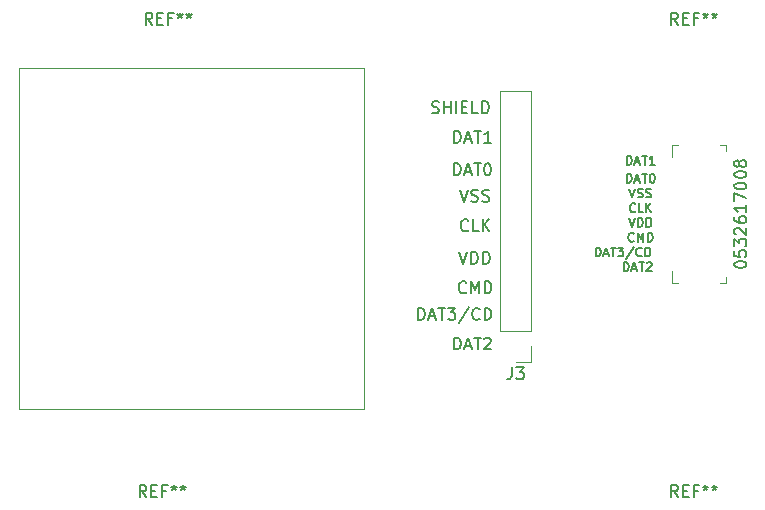
<source format=gbr>
%TF.GenerationSoftware,KiCad,Pcbnew,(5.1.9)-1*%
%TF.CreationDate,2021-02-11T17:43:00-05:00*%
%TF.ProjectId,SD_Card,53445f43-6172-4642-9e6b-696361645f70,rev?*%
%TF.SameCoordinates,Original*%
%TF.FileFunction,Legend,Top*%
%TF.FilePolarity,Positive*%
%FSLAX46Y46*%
G04 Gerber Fmt 4.6, Leading zero omitted, Abs format (unit mm)*
G04 Created by KiCad (PCBNEW (5.1.9)-1) date 2021-02-11 17:43:00*
%MOMM*%
%LPD*%
G01*
G04 APERTURE LIST*
%ADD10C,0.200000*%
%ADD11C,0.150000*%
%ADD12C,0.120000*%
G04 APERTURE END LIST*
D10*
X149702380Y-123452380D02*
X149702380Y-122452380D01*
X149940476Y-122452380D01*
X150083333Y-122500000D01*
X150178571Y-122595238D01*
X150226190Y-122690476D01*
X150273809Y-122880952D01*
X150273809Y-123023809D01*
X150226190Y-123214285D01*
X150178571Y-123309523D01*
X150083333Y-123404761D01*
X149940476Y-123452380D01*
X149702380Y-123452380D01*
X150654761Y-123166666D02*
X151130952Y-123166666D01*
X150559523Y-123452380D02*
X150892857Y-122452380D01*
X151226190Y-123452380D01*
X151416666Y-122452380D02*
X151988095Y-122452380D01*
X151702380Y-123452380D02*
X151702380Y-122452380D01*
X152273809Y-122547619D02*
X152321428Y-122500000D01*
X152416666Y-122452380D01*
X152654761Y-122452380D01*
X152750000Y-122500000D01*
X152797619Y-122547619D01*
X152845238Y-122642857D01*
X152845238Y-122738095D01*
X152797619Y-122880952D01*
X152226190Y-123452380D01*
X152845238Y-123452380D01*
X146678571Y-120952380D02*
X146678571Y-119952380D01*
X146916666Y-119952380D01*
X147059523Y-120000000D01*
X147154761Y-120095238D01*
X147202380Y-120190476D01*
X147250000Y-120380952D01*
X147250000Y-120523809D01*
X147202380Y-120714285D01*
X147154761Y-120809523D01*
X147059523Y-120904761D01*
X146916666Y-120952380D01*
X146678571Y-120952380D01*
X147630952Y-120666666D02*
X148107142Y-120666666D01*
X147535714Y-120952380D02*
X147869047Y-119952380D01*
X148202380Y-120952380D01*
X148392857Y-119952380D02*
X148964285Y-119952380D01*
X148678571Y-120952380D02*
X148678571Y-119952380D01*
X149202380Y-119952380D02*
X149821428Y-119952380D01*
X149488095Y-120333333D01*
X149630952Y-120333333D01*
X149726190Y-120380952D01*
X149773809Y-120428571D01*
X149821428Y-120523809D01*
X149821428Y-120761904D01*
X149773809Y-120857142D01*
X149726190Y-120904761D01*
X149630952Y-120952380D01*
X149345238Y-120952380D01*
X149250000Y-120904761D01*
X149202380Y-120857142D01*
X150964285Y-119904761D02*
X150107142Y-121190476D01*
X151869047Y-120857142D02*
X151821428Y-120904761D01*
X151678571Y-120952380D01*
X151583333Y-120952380D01*
X151440476Y-120904761D01*
X151345238Y-120809523D01*
X151297619Y-120714285D01*
X151250000Y-120523809D01*
X151250000Y-120380952D01*
X151297619Y-120190476D01*
X151345238Y-120095238D01*
X151440476Y-120000000D01*
X151583333Y-119952380D01*
X151678571Y-119952380D01*
X151821428Y-120000000D01*
X151869047Y-120047619D01*
X152297619Y-120952380D02*
X152297619Y-119952380D01*
X152535714Y-119952380D01*
X152678571Y-120000000D01*
X152773809Y-120095238D01*
X152821428Y-120190476D01*
X152869047Y-120380952D01*
X152869047Y-120523809D01*
X152821428Y-120714285D01*
X152773809Y-120809523D01*
X152678571Y-120904761D01*
X152535714Y-120952380D01*
X152297619Y-120952380D01*
X150738095Y-118607142D02*
X150690476Y-118654761D01*
X150547619Y-118702380D01*
X150452380Y-118702380D01*
X150309523Y-118654761D01*
X150214285Y-118559523D01*
X150166666Y-118464285D01*
X150119047Y-118273809D01*
X150119047Y-118130952D01*
X150166666Y-117940476D01*
X150214285Y-117845238D01*
X150309523Y-117750000D01*
X150452380Y-117702380D01*
X150547619Y-117702380D01*
X150690476Y-117750000D01*
X150738095Y-117797619D01*
X151166666Y-118702380D02*
X151166666Y-117702380D01*
X151500000Y-118416666D01*
X151833333Y-117702380D01*
X151833333Y-118702380D01*
X152309523Y-118702380D02*
X152309523Y-117702380D01*
X152547619Y-117702380D01*
X152690476Y-117750000D01*
X152785714Y-117845238D01*
X152833333Y-117940476D01*
X152880952Y-118130952D01*
X152880952Y-118273809D01*
X152833333Y-118464285D01*
X152785714Y-118559523D01*
X152690476Y-118654761D01*
X152547619Y-118702380D01*
X152309523Y-118702380D01*
X150166666Y-115202380D02*
X150500000Y-116202380D01*
X150833333Y-115202380D01*
X151166666Y-116202380D02*
X151166666Y-115202380D01*
X151404761Y-115202380D01*
X151547619Y-115250000D01*
X151642857Y-115345238D01*
X151690476Y-115440476D01*
X151738095Y-115630952D01*
X151738095Y-115773809D01*
X151690476Y-115964285D01*
X151642857Y-116059523D01*
X151547619Y-116154761D01*
X151404761Y-116202380D01*
X151166666Y-116202380D01*
X152166666Y-116202380D02*
X152166666Y-115202380D01*
X152404761Y-115202380D01*
X152547619Y-115250000D01*
X152642857Y-115345238D01*
X152690476Y-115440476D01*
X152738095Y-115630952D01*
X152738095Y-115773809D01*
X152690476Y-115964285D01*
X152642857Y-116059523D01*
X152547619Y-116154761D01*
X152404761Y-116202380D01*
X152166666Y-116202380D01*
X150904761Y-113357142D02*
X150857142Y-113404761D01*
X150714285Y-113452380D01*
X150619047Y-113452380D01*
X150476190Y-113404761D01*
X150380952Y-113309523D01*
X150333333Y-113214285D01*
X150285714Y-113023809D01*
X150285714Y-112880952D01*
X150333333Y-112690476D01*
X150380952Y-112595238D01*
X150476190Y-112500000D01*
X150619047Y-112452380D01*
X150714285Y-112452380D01*
X150857142Y-112500000D01*
X150904761Y-112547619D01*
X151809523Y-113452380D02*
X151333333Y-113452380D01*
X151333333Y-112452380D01*
X152142857Y-113452380D02*
X152142857Y-112452380D01*
X152714285Y-113452380D02*
X152285714Y-112880952D01*
X152714285Y-112452380D02*
X152142857Y-113023809D01*
X150214285Y-109952380D02*
X150547619Y-110952380D01*
X150880952Y-109952380D01*
X151166666Y-110904761D02*
X151309523Y-110952380D01*
X151547619Y-110952380D01*
X151642857Y-110904761D01*
X151690476Y-110857142D01*
X151738095Y-110761904D01*
X151738095Y-110666666D01*
X151690476Y-110571428D01*
X151642857Y-110523809D01*
X151547619Y-110476190D01*
X151357142Y-110428571D01*
X151261904Y-110380952D01*
X151214285Y-110333333D01*
X151166666Y-110238095D01*
X151166666Y-110142857D01*
X151214285Y-110047619D01*
X151261904Y-110000000D01*
X151357142Y-109952380D01*
X151595238Y-109952380D01*
X151738095Y-110000000D01*
X152119047Y-110904761D02*
X152261904Y-110952380D01*
X152500000Y-110952380D01*
X152595238Y-110904761D01*
X152642857Y-110857142D01*
X152690476Y-110761904D01*
X152690476Y-110666666D01*
X152642857Y-110571428D01*
X152595238Y-110523809D01*
X152500000Y-110476190D01*
X152309523Y-110428571D01*
X152214285Y-110380952D01*
X152166666Y-110333333D01*
X152119047Y-110238095D01*
X152119047Y-110142857D01*
X152166666Y-110047619D01*
X152214285Y-110000000D01*
X152309523Y-109952380D01*
X152547619Y-109952380D01*
X152690476Y-110000000D01*
X149702380Y-108702380D02*
X149702380Y-107702380D01*
X149940476Y-107702380D01*
X150083333Y-107750000D01*
X150178571Y-107845238D01*
X150226190Y-107940476D01*
X150273809Y-108130952D01*
X150273809Y-108273809D01*
X150226190Y-108464285D01*
X150178571Y-108559523D01*
X150083333Y-108654761D01*
X149940476Y-108702380D01*
X149702380Y-108702380D01*
X150654761Y-108416666D02*
X151130952Y-108416666D01*
X150559523Y-108702380D02*
X150892857Y-107702380D01*
X151226190Y-108702380D01*
X151416666Y-107702380D02*
X151988095Y-107702380D01*
X151702380Y-108702380D02*
X151702380Y-107702380D01*
X152511904Y-107702380D02*
X152607142Y-107702380D01*
X152702380Y-107750000D01*
X152750000Y-107797619D01*
X152797619Y-107892857D01*
X152845238Y-108083333D01*
X152845238Y-108321428D01*
X152797619Y-108511904D01*
X152750000Y-108607142D01*
X152702380Y-108654761D01*
X152607142Y-108702380D01*
X152511904Y-108702380D01*
X152416666Y-108654761D01*
X152369047Y-108607142D01*
X152321428Y-108511904D01*
X152273809Y-108321428D01*
X152273809Y-108083333D01*
X152321428Y-107892857D01*
X152369047Y-107797619D01*
X152416666Y-107750000D01*
X152511904Y-107702380D01*
X149702380Y-105952380D02*
X149702380Y-104952380D01*
X149940476Y-104952380D01*
X150083333Y-105000000D01*
X150178571Y-105095238D01*
X150226190Y-105190476D01*
X150273809Y-105380952D01*
X150273809Y-105523809D01*
X150226190Y-105714285D01*
X150178571Y-105809523D01*
X150083333Y-105904761D01*
X149940476Y-105952380D01*
X149702380Y-105952380D01*
X150654761Y-105666666D02*
X151130952Y-105666666D01*
X150559523Y-105952380D02*
X150892857Y-104952380D01*
X151226190Y-105952380D01*
X151416666Y-104952380D02*
X151988095Y-104952380D01*
X151702380Y-105952380D02*
X151702380Y-104952380D01*
X152845238Y-105952380D02*
X152273809Y-105952380D01*
X152559523Y-105952380D02*
X152559523Y-104952380D01*
X152464285Y-105095238D01*
X152369047Y-105190476D01*
X152273809Y-105238095D01*
X147845238Y-103404761D02*
X147988095Y-103452380D01*
X148226190Y-103452380D01*
X148321428Y-103404761D01*
X148369047Y-103357142D01*
X148416666Y-103261904D01*
X148416666Y-103166666D01*
X148369047Y-103071428D01*
X148321428Y-103023809D01*
X148226190Y-102976190D01*
X148035714Y-102928571D01*
X147940476Y-102880952D01*
X147892857Y-102833333D01*
X147845238Y-102738095D01*
X147845238Y-102642857D01*
X147892857Y-102547619D01*
X147940476Y-102500000D01*
X148035714Y-102452380D01*
X148273809Y-102452380D01*
X148416666Y-102500000D01*
X148845238Y-103452380D02*
X148845238Y-102452380D01*
X148845238Y-102928571D02*
X149416666Y-102928571D01*
X149416666Y-103452380D02*
X149416666Y-102452380D01*
X149892857Y-103452380D02*
X149892857Y-102452380D01*
X150369047Y-102928571D02*
X150702380Y-102928571D01*
X150845238Y-103452380D02*
X150369047Y-103452380D01*
X150369047Y-102452380D01*
X150845238Y-102452380D01*
X151750000Y-103452380D02*
X151273809Y-103452380D01*
X151273809Y-102452380D01*
X152083333Y-103452380D02*
X152083333Y-102452380D01*
X152321428Y-102452380D01*
X152464285Y-102500000D01*
X152559523Y-102595238D01*
X152607142Y-102690476D01*
X152654761Y-102880952D01*
X152654761Y-103023809D01*
X152607142Y-103214285D01*
X152559523Y-103309523D01*
X152464285Y-103404761D01*
X152321428Y-103452380D01*
X152083333Y-103452380D01*
D11*
X164089285Y-116839285D02*
X164089285Y-116089285D01*
X164267857Y-116089285D01*
X164375000Y-116125000D01*
X164446428Y-116196428D01*
X164482142Y-116267857D01*
X164517857Y-116410714D01*
X164517857Y-116517857D01*
X164482142Y-116660714D01*
X164446428Y-116732142D01*
X164375000Y-116803571D01*
X164267857Y-116839285D01*
X164089285Y-116839285D01*
X164803571Y-116625000D02*
X165160714Y-116625000D01*
X164732142Y-116839285D02*
X164982142Y-116089285D01*
X165232142Y-116839285D01*
X165375000Y-116089285D02*
X165803571Y-116089285D01*
X165589285Y-116839285D02*
X165589285Y-116089285D01*
X166017857Y-116160714D02*
X166053571Y-116125000D01*
X166125000Y-116089285D01*
X166303571Y-116089285D01*
X166375000Y-116125000D01*
X166410714Y-116160714D01*
X166446428Y-116232142D01*
X166446428Y-116303571D01*
X166410714Y-116410714D01*
X165982142Y-116839285D01*
X166446428Y-116839285D01*
X161696428Y-115589285D02*
X161696428Y-114839285D01*
X161875000Y-114839285D01*
X161982142Y-114875000D01*
X162053571Y-114946428D01*
X162089285Y-115017857D01*
X162125000Y-115160714D01*
X162125000Y-115267857D01*
X162089285Y-115410714D01*
X162053571Y-115482142D01*
X161982142Y-115553571D01*
X161875000Y-115589285D01*
X161696428Y-115589285D01*
X162410714Y-115375000D02*
X162767857Y-115375000D01*
X162339285Y-115589285D02*
X162589285Y-114839285D01*
X162839285Y-115589285D01*
X162982142Y-114839285D02*
X163410714Y-114839285D01*
X163196428Y-115589285D02*
X163196428Y-114839285D01*
X163589285Y-114839285D02*
X164053571Y-114839285D01*
X163803571Y-115125000D01*
X163910714Y-115125000D01*
X163982142Y-115160714D01*
X164017857Y-115196428D01*
X164053571Y-115267857D01*
X164053571Y-115446428D01*
X164017857Y-115517857D01*
X163982142Y-115553571D01*
X163910714Y-115589285D01*
X163696428Y-115589285D01*
X163625000Y-115553571D01*
X163589285Y-115517857D01*
X164910714Y-114803571D02*
X164267857Y-115767857D01*
X165589285Y-115517857D02*
X165553571Y-115553571D01*
X165446428Y-115589285D01*
X165375000Y-115589285D01*
X165267857Y-115553571D01*
X165196428Y-115482142D01*
X165160714Y-115410714D01*
X165125000Y-115267857D01*
X165125000Y-115160714D01*
X165160714Y-115017857D01*
X165196428Y-114946428D01*
X165267857Y-114875000D01*
X165375000Y-114839285D01*
X165446428Y-114839285D01*
X165553571Y-114875000D01*
X165589285Y-114910714D01*
X165910714Y-115589285D02*
X165910714Y-114839285D01*
X166089285Y-114839285D01*
X166196428Y-114875000D01*
X166267857Y-114946428D01*
X166303571Y-115017857D01*
X166339285Y-115160714D01*
X166339285Y-115267857D01*
X166303571Y-115410714D01*
X166267857Y-115482142D01*
X166196428Y-115553571D01*
X166089285Y-115589285D01*
X165910714Y-115589285D01*
X164928571Y-114267857D02*
X164892857Y-114303571D01*
X164785714Y-114339285D01*
X164714285Y-114339285D01*
X164607142Y-114303571D01*
X164535714Y-114232142D01*
X164500000Y-114160714D01*
X164464285Y-114017857D01*
X164464285Y-113910714D01*
X164500000Y-113767857D01*
X164535714Y-113696428D01*
X164607142Y-113625000D01*
X164714285Y-113589285D01*
X164785714Y-113589285D01*
X164892857Y-113625000D01*
X164928571Y-113660714D01*
X165250000Y-114339285D02*
X165250000Y-113589285D01*
X165500000Y-114125000D01*
X165750000Y-113589285D01*
X165750000Y-114339285D01*
X166107142Y-114339285D02*
X166107142Y-113589285D01*
X166285714Y-113589285D01*
X166392857Y-113625000D01*
X166464285Y-113696428D01*
X166500000Y-113767857D01*
X166535714Y-113910714D01*
X166535714Y-114017857D01*
X166500000Y-114160714D01*
X166464285Y-114232142D01*
X166392857Y-114303571D01*
X166285714Y-114339285D01*
X166107142Y-114339285D01*
X164500000Y-112339285D02*
X164750000Y-113089285D01*
X165000000Y-112339285D01*
X165250000Y-113089285D02*
X165250000Y-112339285D01*
X165428571Y-112339285D01*
X165535714Y-112375000D01*
X165607142Y-112446428D01*
X165642857Y-112517857D01*
X165678571Y-112660714D01*
X165678571Y-112767857D01*
X165642857Y-112910714D01*
X165607142Y-112982142D01*
X165535714Y-113053571D01*
X165428571Y-113089285D01*
X165250000Y-113089285D01*
X166000000Y-113089285D02*
X166000000Y-112339285D01*
X166178571Y-112339285D01*
X166285714Y-112375000D01*
X166357142Y-112446428D01*
X166392857Y-112517857D01*
X166428571Y-112660714D01*
X166428571Y-112767857D01*
X166392857Y-112910714D01*
X166357142Y-112982142D01*
X166285714Y-113053571D01*
X166178571Y-113089285D01*
X166000000Y-113089285D01*
X165053571Y-111767857D02*
X165017857Y-111803571D01*
X164910714Y-111839285D01*
X164839285Y-111839285D01*
X164732142Y-111803571D01*
X164660714Y-111732142D01*
X164625000Y-111660714D01*
X164589285Y-111517857D01*
X164589285Y-111410714D01*
X164625000Y-111267857D01*
X164660714Y-111196428D01*
X164732142Y-111125000D01*
X164839285Y-111089285D01*
X164910714Y-111089285D01*
X165017857Y-111125000D01*
X165053571Y-111160714D01*
X165732142Y-111839285D02*
X165375000Y-111839285D01*
X165375000Y-111089285D01*
X165982142Y-111839285D02*
X165982142Y-111089285D01*
X166410714Y-111839285D02*
X166089285Y-111410714D01*
X166410714Y-111089285D02*
X165982142Y-111517857D01*
X164535714Y-109839285D02*
X164785714Y-110589285D01*
X165035714Y-109839285D01*
X165250000Y-110553571D02*
X165357142Y-110589285D01*
X165535714Y-110589285D01*
X165607142Y-110553571D01*
X165642857Y-110517857D01*
X165678571Y-110446428D01*
X165678571Y-110375000D01*
X165642857Y-110303571D01*
X165607142Y-110267857D01*
X165535714Y-110232142D01*
X165392857Y-110196428D01*
X165321428Y-110160714D01*
X165285714Y-110125000D01*
X165250000Y-110053571D01*
X165250000Y-109982142D01*
X165285714Y-109910714D01*
X165321428Y-109875000D01*
X165392857Y-109839285D01*
X165571428Y-109839285D01*
X165678571Y-109875000D01*
X165964285Y-110553571D02*
X166071428Y-110589285D01*
X166250000Y-110589285D01*
X166321428Y-110553571D01*
X166357142Y-110517857D01*
X166392857Y-110446428D01*
X166392857Y-110375000D01*
X166357142Y-110303571D01*
X166321428Y-110267857D01*
X166250000Y-110232142D01*
X166107142Y-110196428D01*
X166035714Y-110160714D01*
X166000000Y-110125000D01*
X165964285Y-110053571D01*
X165964285Y-109982142D01*
X166000000Y-109910714D01*
X166035714Y-109875000D01*
X166107142Y-109839285D01*
X166285714Y-109839285D01*
X166392857Y-109875000D01*
X164339285Y-109339285D02*
X164339285Y-108589285D01*
X164517857Y-108589285D01*
X164625000Y-108625000D01*
X164696428Y-108696428D01*
X164732142Y-108767857D01*
X164767857Y-108910714D01*
X164767857Y-109017857D01*
X164732142Y-109160714D01*
X164696428Y-109232142D01*
X164625000Y-109303571D01*
X164517857Y-109339285D01*
X164339285Y-109339285D01*
X165053571Y-109125000D02*
X165410714Y-109125000D01*
X164982142Y-109339285D02*
X165232142Y-108589285D01*
X165482142Y-109339285D01*
X165625000Y-108589285D02*
X166053571Y-108589285D01*
X165839285Y-109339285D02*
X165839285Y-108589285D01*
X166446428Y-108589285D02*
X166517857Y-108589285D01*
X166589285Y-108625000D01*
X166625000Y-108660714D01*
X166660714Y-108732142D01*
X166696428Y-108875000D01*
X166696428Y-109053571D01*
X166660714Y-109196428D01*
X166625000Y-109267857D01*
X166589285Y-109303571D01*
X166517857Y-109339285D01*
X166446428Y-109339285D01*
X166375000Y-109303571D01*
X166339285Y-109267857D01*
X166303571Y-109196428D01*
X166267857Y-109053571D01*
X166267857Y-108875000D01*
X166303571Y-108732142D01*
X166339285Y-108660714D01*
X166375000Y-108625000D01*
X166446428Y-108589285D01*
X164339285Y-107839285D02*
X164339285Y-107089285D01*
X164517857Y-107089285D01*
X164625000Y-107125000D01*
X164696428Y-107196428D01*
X164732142Y-107267857D01*
X164767857Y-107410714D01*
X164767857Y-107517857D01*
X164732142Y-107660714D01*
X164696428Y-107732142D01*
X164625000Y-107803571D01*
X164517857Y-107839285D01*
X164339285Y-107839285D01*
X165053571Y-107625000D02*
X165410714Y-107625000D01*
X164982142Y-107839285D02*
X165232142Y-107089285D01*
X165482142Y-107839285D01*
X165625000Y-107089285D02*
X166053571Y-107089285D01*
X165839285Y-107839285D02*
X165839285Y-107089285D01*
X166696428Y-107839285D02*
X166267857Y-107839285D01*
X166482142Y-107839285D02*
X166482142Y-107089285D01*
X166410714Y-107196428D01*
X166339285Y-107267857D01*
X166267857Y-107303571D01*
D10*
X173452380Y-116333333D02*
X173452380Y-116238095D01*
X173500000Y-116142857D01*
X173547619Y-116095238D01*
X173642857Y-116047619D01*
X173833333Y-116000000D01*
X174071428Y-116000000D01*
X174261904Y-116047619D01*
X174357142Y-116095238D01*
X174404761Y-116142857D01*
X174452380Y-116238095D01*
X174452380Y-116333333D01*
X174404761Y-116428571D01*
X174357142Y-116476190D01*
X174261904Y-116523809D01*
X174071428Y-116571428D01*
X173833333Y-116571428D01*
X173642857Y-116523809D01*
X173547619Y-116476190D01*
X173500000Y-116428571D01*
X173452380Y-116333333D01*
X173452380Y-115095238D02*
X173452380Y-115571428D01*
X173928571Y-115619047D01*
X173880952Y-115571428D01*
X173833333Y-115476190D01*
X173833333Y-115238095D01*
X173880952Y-115142857D01*
X173928571Y-115095238D01*
X174023809Y-115047619D01*
X174261904Y-115047619D01*
X174357142Y-115095238D01*
X174404761Y-115142857D01*
X174452380Y-115238095D01*
X174452380Y-115476190D01*
X174404761Y-115571428D01*
X174357142Y-115619047D01*
X173452380Y-114714285D02*
X173452380Y-114095238D01*
X173833333Y-114428571D01*
X173833333Y-114285714D01*
X173880952Y-114190476D01*
X173928571Y-114142857D01*
X174023809Y-114095238D01*
X174261904Y-114095238D01*
X174357142Y-114142857D01*
X174404761Y-114190476D01*
X174452380Y-114285714D01*
X174452380Y-114571428D01*
X174404761Y-114666666D01*
X174357142Y-114714285D01*
X173547619Y-113714285D02*
X173500000Y-113666666D01*
X173452380Y-113571428D01*
X173452380Y-113333333D01*
X173500000Y-113238095D01*
X173547619Y-113190476D01*
X173642857Y-113142857D01*
X173738095Y-113142857D01*
X173880952Y-113190476D01*
X174452380Y-113761904D01*
X174452380Y-113142857D01*
X173452380Y-112285714D02*
X173452380Y-112476190D01*
X173500000Y-112571428D01*
X173547619Y-112619047D01*
X173690476Y-112714285D01*
X173880952Y-112761904D01*
X174261904Y-112761904D01*
X174357142Y-112714285D01*
X174404761Y-112666666D01*
X174452380Y-112571428D01*
X174452380Y-112380952D01*
X174404761Y-112285714D01*
X174357142Y-112238095D01*
X174261904Y-112190476D01*
X174023809Y-112190476D01*
X173928571Y-112238095D01*
X173880952Y-112285714D01*
X173833333Y-112380952D01*
X173833333Y-112571428D01*
X173880952Y-112666666D01*
X173928571Y-112714285D01*
X174023809Y-112761904D01*
X174452380Y-111238095D02*
X174452380Y-111809523D01*
X174452380Y-111523809D02*
X173452380Y-111523809D01*
X173595238Y-111619047D01*
X173690476Y-111714285D01*
X173738095Y-111809523D01*
X173452380Y-110904761D02*
X173452380Y-110238095D01*
X174452380Y-110666666D01*
X173452380Y-109666666D02*
X173452380Y-109571428D01*
X173500000Y-109476190D01*
X173547619Y-109428571D01*
X173642857Y-109380952D01*
X173833333Y-109333333D01*
X174071428Y-109333333D01*
X174261904Y-109380952D01*
X174357142Y-109428571D01*
X174404761Y-109476190D01*
X174452380Y-109571428D01*
X174452380Y-109666666D01*
X174404761Y-109761904D01*
X174357142Y-109809523D01*
X174261904Y-109857142D01*
X174071428Y-109904761D01*
X173833333Y-109904761D01*
X173642857Y-109857142D01*
X173547619Y-109809523D01*
X173500000Y-109761904D01*
X173452380Y-109666666D01*
X173452380Y-108714285D02*
X173452380Y-108619047D01*
X173500000Y-108523809D01*
X173547619Y-108476190D01*
X173642857Y-108428571D01*
X173833333Y-108380952D01*
X174071428Y-108380952D01*
X174261904Y-108428571D01*
X174357142Y-108476190D01*
X174404761Y-108523809D01*
X174452380Y-108619047D01*
X174452380Y-108714285D01*
X174404761Y-108809523D01*
X174357142Y-108857142D01*
X174261904Y-108904761D01*
X174071428Y-108952380D01*
X173833333Y-108952380D01*
X173642857Y-108904761D01*
X173547619Y-108857142D01*
X173500000Y-108809523D01*
X173452380Y-108714285D01*
X173880952Y-107809523D02*
X173833333Y-107904761D01*
X173785714Y-107952380D01*
X173690476Y-108000000D01*
X173642857Y-108000000D01*
X173547619Y-107952380D01*
X173500000Y-107904761D01*
X173452380Y-107809523D01*
X173452380Y-107619047D01*
X173500000Y-107523809D01*
X173547619Y-107476190D01*
X173642857Y-107428571D01*
X173690476Y-107428571D01*
X173785714Y-107476190D01*
X173833333Y-107523809D01*
X173880952Y-107619047D01*
X173880952Y-107809523D01*
X173928571Y-107904761D01*
X173976190Y-107952380D01*
X174071428Y-108000000D01*
X174261904Y-108000000D01*
X174357142Y-107952380D01*
X174404761Y-107904761D01*
X174452380Y-107809523D01*
X174452380Y-107619047D01*
X174404761Y-107523809D01*
X174357142Y-107476190D01*
X174261904Y-107428571D01*
X174071428Y-107428571D01*
X173976190Y-107476190D01*
X173928571Y-107523809D01*
X173880952Y-107619047D01*
D12*
%TO.C,J2*%
X172191000Y-106162000D02*
X172699000Y-106162000D01*
X172699000Y-106162000D02*
X172699000Y-106670000D01*
X172699000Y-117338000D02*
X172699000Y-117846000D01*
X172699000Y-117846000D02*
X172191000Y-117846000D01*
X168127000Y-106162000D02*
X168635000Y-106162000D01*
X168127000Y-106162000D02*
X168127000Y-107178000D01*
X168635000Y-117846000D02*
X168127000Y-117846000D01*
X168127000Y-117846000D02*
X168127000Y-116830000D01*
%TO.C,J1*%
X142125000Y-113600000D02*
X142125000Y-99600000D01*
X142125000Y-113600000D02*
X142125000Y-128500000D01*
X142125000Y-128500000D02*
X112875000Y-128500000D01*
X142125000Y-99600000D02*
X112875000Y-99600000D01*
X112875000Y-128500000D02*
X112875000Y-99600000D01*
%TO.C,J3*%
X156270000Y-101540000D02*
X153610000Y-101540000D01*
X156270000Y-121920000D02*
X156270000Y-101540000D01*
X153610000Y-121920000D02*
X153610000Y-101540000D01*
X156270000Y-121920000D02*
X153610000Y-121920000D01*
X156270000Y-123190000D02*
X156270000Y-124520000D01*
X156270000Y-124520000D02*
X154940000Y-124520000D01*
%TO.C,REF\u002A\u002A*%
D11*
X123666666Y-135952380D02*
X123333333Y-135476190D01*
X123095238Y-135952380D02*
X123095238Y-134952380D01*
X123476190Y-134952380D01*
X123571428Y-135000000D01*
X123619047Y-135047619D01*
X123666666Y-135142857D01*
X123666666Y-135285714D01*
X123619047Y-135380952D01*
X123571428Y-135428571D01*
X123476190Y-135476190D01*
X123095238Y-135476190D01*
X124095238Y-135428571D02*
X124428571Y-135428571D01*
X124571428Y-135952380D02*
X124095238Y-135952380D01*
X124095238Y-134952380D01*
X124571428Y-134952380D01*
X125333333Y-135428571D02*
X125000000Y-135428571D01*
X125000000Y-135952380D02*
X125000000Y-134952380D01*
X125476190Y-134952380D01*
X126000000Y-134952380D02*
X126000000Y-135190476D01*
X125761904Y-135095238D02*
X126000000Y-135190476D01*
X126238095Y-135095238D01*
X125857142Y-135380952D02*
X126000000Y-135190476D01*
X126142857Y-135380952D01*
X126761904Y-134952380D02*
X126761904Y-135190476D01*
X126523809Y-135095238D02*
X126761904Y-135190476D01*
X127000000Y-135095238D01*
X126619047Y-135380952D02*
X126761904Y-135190476D01*
X126904761Y-135380952D01*
X168666666Y-135952380D02*
X168333333Y-135476190D01*
X168095238Y-135952380D02*
X168095238Y-134952380D01*
X168476190Y-134952380D01*
X168571428Y-135000000D01*
X168619047Y-135047619D01*
X168666666Y-135142857D01*
X168666666Y-135285714D01*
X168619047Y-135380952D01*
X168571428Y-135428571D01*
X168476190Y-135476190D01*
X168095238Y-135476190D01*
X169095238Y-135428571D02*
X169428571Y-135428571D01*
X169571428Y-135952380D02*
X169095238Y-135952380D01*
X169095238Y-134952380D01*
X169571428Y-134952380D01*
X170333333Y-135428571D02*
X170000000Y-135428571D01*
X170000000Y-135952380D02*
X170000000Y-134952380D01*
X170476190Y-134952380D01*
X171000000Y-134952380D02*
X171000000Y-135190476D01*
X170761904Y-135095238D02*
X171000000Y-135190476D01*
X171238095Y-135095238D01*
X170857142Y-135380952D02*
X171000000Y-135190476D01*
X171142857Y-135380952D01*
X171761904Y-134952380D02*
X171761904Y-135190476D01*
X171523809Y-135095238D02*
X171761904Y-135190476D01*
X172000000Y-135095238D01*
X171619047Y-135380952D02*
X171761904Y-135190476D01*
X171904761Y-135380952D01*
X168666666Y-95952380D02*
X168333333Y-95476190D01*
X168095238Y-95952380D02*
X168095238Y-94952380D01*
X168476190Y-94952380D01*
X168571428Y-95000000D01*
X168619047Y-95047619D01*
X168666666Y-95142857D01*
X168666666Y-95285714D01*
X168619047Y-95380952D01*
X168571428Y-95428571D01*
X168476190Y-95476190D01*
X168095238Y-95476190D01*
X169095238Y-95428571D02*
X169428571Y-95428571D01*
X169571428Y-95952380D02*
X169095238Y-95952380D01*
X169095238Y-94952380D01*
X169571428Y-94952380D01*
X170333333Y-95428571D02*
X170000000Y-95428571D01*
X170000000Y-95952380D02*
X170000000Y-94952380D01*
X170476190Y-94952380D01*
X171000000Y-94952380D02*
X171000000Y-95190476D01*
X170761904Y-95095238D02*
X171000000Y-95190476D01*
X171238095Y-95095238D01*
X170857142Y-95380952D02*
X171000000Y-95190476D01*
X171142857Y-95380952D01*
X171761904Y-94952380D02*
X171761904Y-95190476D01*
X171523809Y-95095238D02*
X171761904Y-95190476D01*
X172000000Y-95095238D01*
X171619047Y-95380952D02*
X171761904Y-95190476D01*
X171904761Y-95380952D01*
X124166666Y-95952380D02*
X123833333Y-95476190D01*
X123595238Y-95952380D02*
X123595238Y-94952380D01*
X123976190Y-94952380D01*
X124071428Y-95000000D01*
X124119047Y-95047619D01*
X124166666Y-95142857D01*
X124166666Y-95285714D01*
X124119047Y-95380952D01*
X124071428Y-95428571D01*
X123976190Y-95476190D01*
X123595238Y-95476190D01*
X124595238Y-95428571D02*
X124928571Y-95428571D01*
X125071428Y-95952380D02*
X124595238Y-95952380D01*
X124595238Y-94952380D01*
X125071428Y-94952380D01*
X125833333Y-95428571D02*
X125500000Y-95428571D01*
X125500000Y-95952380D02*
X125500000Y-94952380D01*
X125976190Y-94952380D01*
X126500000Y-94952380D02*
X126500000Y-95190476D01*
X126261904Y-95095238D02*
X126500000Y-95190476D01*
X126738095Y-95095238D01*
X126357142Y-95380952D02*
X126500000Y-95190476D01*
X126642857Y-95380952D01*
X127261904Y-94952380D02*
X127261904Y-95190476D01*
X127023809Y-95095238D02*
X127261904Y-95190476D01*
X127500000Y-95095238D01*
X127119047Y-95380952D02*
X127261904Y-95190476D01*
X127404761Y-95380952D01*
%TO.C,J3*%
X154606666Y-124972380D02*
X154606666Y-125686666D01*
X154559047Y-125829523D01*
X154463809Y-125924761D01*
X154320952Y-125972380D01*
X154225714Y-125972380D01*
X154987619Y-124972380D02*
X155606666Y-124972380D01*
X155273333Y-125353333D01*
X155416190Y-125353333D01*
X155511428Y-125400952D01*
X155559047Y-125448571D01*
X155606666Y-125543809D01*
X155606666Y-125781904D01*
X155559047Y-125877142D01*
X155511428Y-125924761D01*
X155416190Y-125972380D01*
X155130476Y-125972380D01*
X155035238Y-125924761D01*
X154987619Y-125877142D01*
%TD*%
M02*

</source>
